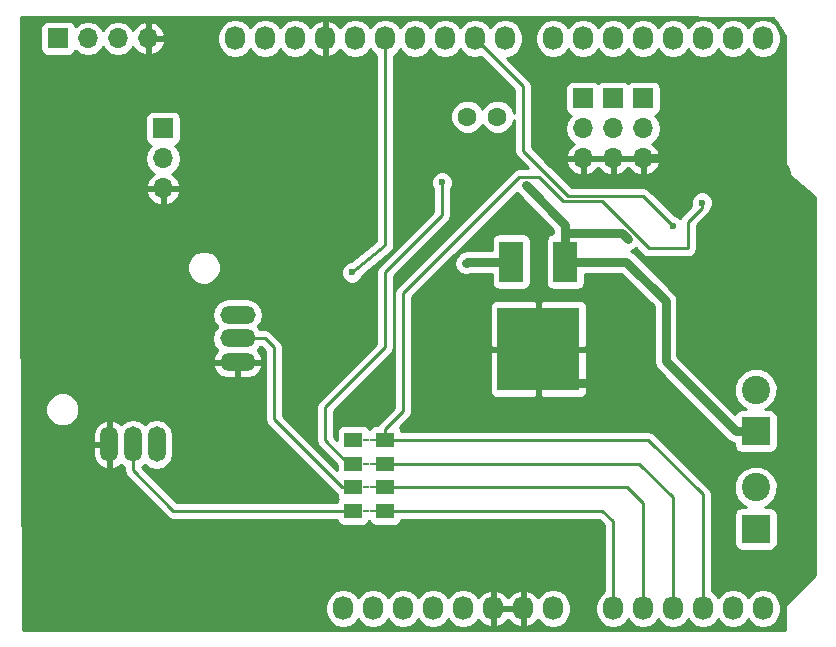
<source format=gbl>
G04 #@! TF.FileFunction,Copper,L2,Bot,Signal*
%FSLAX46Y46*%
G04 Gerber Fmt 4.6, Leading zero omitted, Abs format (unit mm)*
G04 Created by KiCad (PCBNEW 4.0.6-e0-6349~53~ubuntu16.04.1) date Wed Aug  2 12:33:15 2017*
%MOMM*%
%LPD*%
G01*
G04 APERTURE LIST*
%ADD10C,0.100000*%
%ADD11O,1.727200X2.032000*%
%ADD12R,1.700000X1.700000*%
%ADD13O,1.700000X1.700000*%
%ADD14C,2.400000*%
%ADD15R,2.400000X2.400000*%
%ADD16O,1.500000X3.000000*%
%ADD17O,3.000000X1.500000*%
%ADD18C,1.600000*%
%ADD19R,0.600000X0.152400*%
%ADD20R,1.500000X1.300000*%
%ADD21R,2.000000X3.500000*%
%ADD22R,7.000000X7.000000*%
%ADD23C,0.600000*%
%ADD24C,0.750000*%
%ADD25C,0.250000*%
%ADD26C,0.254000*%
G04 APERTURE END LIST*
D10*
D11*
X138938000Y-123825000D03*
X141478000Y-123825000D03*
X144018000Y-123825000D03*
X146558000Y-123825000D03*
X149098000Y-123825000D03*
X151638000Y-123825000D03*
X154178000Y-123825000D03*
X156718000Y-123825000D03*
X161798000Y-123825000D03*
X164338000Y-123825000D03*
X166878000Y-123825000D03*
X169418000Y-123825000D03*
X171958000Y-123825000D03*
X174498000Y-123825000D03*
X129794000Y-75565000D03*
X132334000Y-75565000D03*
X134874000Y-75565000D03*
X137414000Y-75565000D03*
X139954000Y-75565000D03*
X142494000Y-75565000D03*
X145034000Y-75565000D03*
X147574000Y-75565000D03*
X150114000Y-75565000D03*
X152654000Y-75565000D03*
X156718000Y-75565000D03*
X159258000Y-75565000D03*
X161798000Y-75565000D03*
X164338000Y-75565000D03*
X166878000Y-75565000D03*
X169418000Y-75565000D03*
X171958000Y-75565000D03*
X174498000Y-75565000D03*
D12*
X164338000Y-80645000D03*
D13*
X164338000Y-83185000D03*
X164338000Y-85725000D03*
D12*
X161798000Y-80645000D03*
D13*
X161798000Y-83185000D03*
X161798000Y-85725000D03*
D14*
X173888400Y-113581300D03*
D15*
X173888400Y-117081300D03*
D12*
X159258000Y-80645000D03*
D13*
X159258000Y-83185000D03*
X159258000Y-85725000D03*
D14*
X173888400Y-105313600D03*
D15*
X173888400Y-108813600D03*
D12*
X123698000Y-83185000D03*
D13*
X123698000Y-85725000D03*
X123698000Y-88265000D03*
D12*
X114808000Y-75565000D03*
D13*
X117348000Y-75565000D03*
X119888000Y-75565000D03*
X122428000Y-75565000D03*
D16*
X121158000Y-109940000D03*
X119158000Y-109940000D03*
X123158000Y-109940000D03*
D17*
X130008000Y-100965000D03*
X130008000Y-98965000D03*
X130008000Y-102965000D03*
D18*
X151993600Y-82194400D03*
X149453600Y-82194400D03*
D19*
X141458000Y-113553000D03*
D20*
X142508000Y-113553000D03*
X139808000Y-113553000D03*
D19*
X140858000Y-113553000D03*
X141458000Y-111553000D03*
D20*
X142508000Y-111553000D03*
X139808000Y-111553000D03*
D19*
X140858000Y-111553000D03*
X141458000Y-109553000D03*
D20*
X142508000Y-109553000D03*
X139808000Y-109553000D03*
D19*
X140858000Y-109553000D03*
X141458000Y-115553000D03*
D20*
X142508000Y-115553000D03*
X139808000Y-115553000D03*
D19*
X140858000Y-115553000D03*
D21*
X153186100Y-94459600D03*
X157766100Y-94459600D03*
D22*
X155486100Y-101859600D03*
D23*
X174498000Y-85725000D03*
X163068000Y-103505000D03*
X149352000Y-94615000D03*
X147320000Y-87757000D03*
X169338000Y-89455000D03*
X166878000Y-91440000D03*
X139700000Y-95377000D03*
X163068000Y-92583000D03*
X154432000Y-88011000D03*
D24*
X174498000Y-85725000D02*
X164338000Y-85725000D01*
X161798000Y-104775000D02*
X156718000Y-104775000D01*
X163068000Y-103505000D02*
X161798000Y-104775000D01*
X156718000Y-104775000D02*
X155486100Y-101859600D01*
X149507400Y-94459600D02*
X153186100Y-94459600D01*
X149352000Y-94615000D02*
X149507400Y-94459600D01*
D25*
X139808000Y-115553000D02*
X124570000Y-115553000D01*
X121158000Y-112141000D02*
X121158000Y-109940000D01*
X124570000Y-115553000D02*
X121158000Y-112141000D01*
X161798000Y-123825000D02*
X161798000Y-116459000D01*
X160892000Y-115553000D02*
X142508000Y-115553000D01*
X161798000Y-116459000D02*
X160892000Y-115553000D01*
X139808000Y-113553000D02*
X138826000Y-113553000D01*
X132334000Y-100965000D02*
X130008000Y-100965000D01*
X133096000Y-101727000D02*
X132334000Y-100965000D01*
X133096000Y-107823000D02*
X133096000Y-101727000D01*
X138826000Y-113553000D02*
X133096000Y-107823000D01*
X164338000Y-123825000D02*
X164338000Y-114935000D01*
X162956000Y-113553000D02*
X142508000Y-113553000D01*
X164338000Y-114935000D02*
X162956000Y-113553000D01*
X139808000Y-111553000D02*
X139366000Y-111553000D01*
X139366000Y-111553000D02*
X137414000Y-109601000D01*
X137414000Y-109601000D02*
X137414000Y-106807000D01*
X137414000Y-106807000D02*
X142494000Y-101727000D01*
X142494000Y-101727000D02*
X142494000Y-95377000D01*
X142494000Y-95377000D02*
X147320000Y-90551000D01*
X147320000Y-90551000D02*
X147320000Y-87757000D01*
X166878000Y-123825000D02*
X166878000Y-114427000D01*
X164004000Y-111553000D02*
X142508000Y-111553000D01*
X166878000Y-114427000D02*
X164004000Y-111553000D01*
X154686000Y-87310992D02*
X155509992Y-87310992D01*
X157549010Y-89350010D02*
X157664990Y-89350010D01*
X155509992Y-87310992D02*
X157549010Y-89350010D01*
X144018000Y-97155000D02*
X144018000Y-107143000D01*
X144018000Y-107143000D02*
X142508000Y-108653000D01*
X142508000Y-108653000D02*
X142508000Y-109553000D01*
X153862008Y-87310992D02*
X144018000Y-97155000D01*
X168148000Y-93345000D02*
X164819962Y-93345000D01*
X169338000Y-89879264D02*
X168148000Y-91069264D01*
X169338000Y-89455000D02*
X169338000Y-89879264D01*
X168148000Y-91069264D02*
X168148000Y-93345000D01*
X160824972Y-89350010D02*
X157664990Y-89350010D01*
X164819962Y-93345000D02*
X160824972Y-89350010D01*
X154721954Y-87310992D02*
X154686000Y-87310992D01*
X154686000Y-87310992D02*
X153862008Y-87310992D01*
X169418000Y-123825000D02*
X169418000Y-114173000D01*
X164798000Y-109553000D02*
X142508000Y-109553000D01*
X169418000Y-114173000D02*
X164798000Y-109553000D01*
X154178000Y-79629000D02*
X150114000Y-75565000D01*
X154178000Y-85090000D02*
X154178000Y-79629000D01*
X157988000Y-88900000D02*
X154178000Y-85090000D01*
X164338000Y-88900000D02*
X157988000Y-88900000D01*
X166878000Y-91440000D02*
X164338000Y-88900000D01*
X142494000Y-75565000D02*
X142494000Y-93091000D01*
X142494000Y-93091000D02*
X139700000Y-95377000D01*
D24*
X162560000Y-92075000D02*
X157766100Y-92075000D01*
X163068000Y-92583000D02*
X162560000Y-92075000D01*
X154432000Y-88011000D02*
X157766100Y-91345100D01*
X157766100Y-91345100D02*
X157766100Y-92075000D01*
X157766100Y-92075000D02*
X157766100Y-94459600D01*
X173888400Y-108813600D02*
X172186600Y-108813600D01*
X162912600Y-94459600D02*
X157766100Y-94459600D01*
X166243000Y-97790000D02*
X162912600Y-94459600D01*
X166243000Y-102870000D02*
X166243000Y-97790000D01*
X172186600Y-108813600D02*
X166243000Y-102870000D01*
D26*
G36*
X175308095Y-73823187D02*
X175712844Y-74227936D01*
X176328000Y-75396732D01*
X176328000Y-85979000D01*
X176382046Y-86250705D01*
X176535954Y-86481046D01*
X176578857Y-86523949D01*
X176698124Y-87060650D01*
X176718610Y-87106713D01*
X176738200Y-87128441D01*
X178868000Y-89002665D01*
X178868000Y-120990909D01*
X176535954Y-123322954D01*
X176382046Y-123553295D01*
X176328000Y-123825000D01*
X176328000Y-125655000D01*
X111884546Y-125655000D01*
X111869500Y-123640255D01*
X137439400Y-123640255D01*
X137439400Y-124009745D01*
X137553474Y-124583234D01*
X137878330Y-125069415D01*
X138364511Y-125394271D01*
X138938000Y-125508345D01*
X139511489Y-125394271D01*
X139997670Y-125069415D01*
X140208000Y-124754634D01*
X140418330Y-125069415D01*
X140904511Y-125394271D01*
X141478000Y-125508345D01*
X142051489Y-125394271D01*
X142537670Y-125069415D01*
X142748000Y-124754634D01*
X142958330Y-125069415D01*
X143444511Y-125394271D01*
X144018000Y-125508345D01*
X144591489Y-125394271D01*
X145077670Y-125069415D01*
X145288000Y-124754634D01*
X145498330Y-125069415D01*
X145984511Y-125394271D01*
X146558000Y-125508345D01*
X147131489Y-125394271D01*
X147617670Y-125069415D01*
X147828000Y-124754634D01*
X148038330Y-125069415D01*
X148524511Y-125394271D01*
X149098000Y-125508345D01*
X149671489Y-125394271D01*
X150157670Y-125069415D01*
X150364461Y-124759931D01*
X150735964Y-125175732D01*
X151263209Y-125429709D01*
X151278974Y-125432358D01*
X151511000Y-125311217D01*
X151511000Y-123952000D01*
X151765000Y-123952000D01*
X151765000Y-125311217D01*
X151997026Y-125432358D01*
X152012791Y-125429709D01*
X152540036Y-125175732D01*
X152908000Y-124763892D01*
X153275964Y-125175732D01*
X153803209Y-125429709D01*
X153818974Y-125432358D01*
X154051000Y-125311217D01*
X154051000Y-123952000D01*
X151765000Y-123952000D01*
X151511000Y-123952000D01*
X151491000Y-123952000D01*
X151491000Y-123698000D01*
X151511000Y-123698000D01*
X151511000Y-122338783D01*
X151765000Y-122338783D01*
X151765000Y-123698000D01*
X154051000Y-123698000D01*
X154051000Y-122338783D01*
X154305000Y-122338783D01*
X154305000Y-123698000D01*
X154325000Y-123698000D01*
X154325000Y-123952000D01*
X154305000Y-123952000D01*
X154305000Y-125311217D01*
X154537026Y-125432358D01*
X154552791Y-125429709D01*
X155080036Y-125175732D01*
X155451539Y-124759931D01*
X155658330Y-125069415D01*
X156144511Y-125394271D01*
X156718000Y-125508345D01*
X157291489Y-125394271D01*
X157777670Y-125069415D01*
X158102526Y-124583234D01*
X158216600Y-124009745D01*
X158216600Y-123640255D01*
X158102526Y-123066766D01*
X157777670Y-122580585D01*
X157291489Y-122255729D01*
X156718000Y-122141655D01*
X156144511Y-122255729D01*
X155658330Y-122580585D01*
X155451539Y-122890069D01*
X155080036Y-122474268D01*
X154552791Y-122220291D01*
X154537026Y-122217642D01*
X154305000Y-122338783D01*
X154051000Y-122338783D01*
X153818974Y-122217642D01*
X153803209Y-122220291D01*
X153275964Y-122474268D01*
X152908000Y-122886108D01*
X152540036Y-122474268D01*
X152012791Y-122220291D01*
X151997026Y-122217642D01*
X151765000Y-122338783D01*
X151511000Y-122338783D01*
X151278974Y-122217642D01*
X151263209Y-122220291D01*
X150735964Y-122474268D01*
X150364461Y-122890069D01*
X150157670Y-122580585D01*
X149671489Y-122255729D01*
X149098000Y-122141655D01*
X148524511Y-122255729D01*
X148038330Y-122580585D01*
X147828000Y-122895366D01*
X147617670Y-122580585D01*
X147131489Y-122255729D01*
X146558000Y-122141655D01*
X145984511Y-122255729D01*
X145498330Y-122580585D01*
X145288000Y-122895366D01*
X145077670Y-122580585D01*
X144591489Y-122255729D01*
X144018000Y-122141655D01*
X143444511Y-122255729D01*
X142958330Y-122580585D01*
X142748000Y-122895366D01*
X142537670Y-122580585D01*
X142051489Y-122255729D01*
X141478000Y-122141655D01*
X140904511Y-122255729D01*
X140418330Y-122580585D01*
X140208000Y-122895366D01*
X139997670Y-122580585D01*
X139511489Y-122255729D01*
X138938000Y-122141655D01*
X138364511Y-122255729D01*
X137878330Y-122580585D01*
X137553474Y-123066766D01*
X137439400Y-123640255D01*
X111869500Y-123640255D01*
X111768134Y-110067000D01*
X117773000Y-110067000D01*
X117773000Y-110817000D01*
X117927028Y-111337349D01*
X118268460Y-111759145D01*
X118745316Y-112018173D01*
X118816815Y-112032318D01*
X119031000Y-111909656D01*
X119031000Y-110067000D01*
X117773000Y-110067000D01*
X111768134Y-110067000D01*
X111760636Y-109063000D01*
X117773000Y-109063000D01*
X117773000Y-109813000D01*
X119031000Y-109813000D01*
X119031000Y-107970344D01*
X119285000Y-107970344D01*
X119285000Y-109813000D01*
X119305000Y-109813000D01*
X119305000Y-110067000D01*
X119285000Y-110067000D01*
X119285000Y-111909656D01*
X119499185Y-112032318D01*
X119570684Y-112018173D01*
X120047540Y-111759145D01*
X120136928Y-111648718D01*
X120178657Y-111711170D01*
X120398000Y-111857730D01*
X120398000Y-112141000D01*
X120455852Y-112431839D01*
X120620599Y-112678401D01*
X124032599Y-116090401D01*
X124279161Y-116255148D01*
X124570000Y-116313000D01*
X138431258Y-116313000D01*
X138454838Y-116438317D01*
X138593910Y-116654441D01*
X138806110Y-116799431D01*
X139058000Y-116850440D01*
X140558000Y-116850440D01*
X140793317Y-116806162D01*
X141009441Y-116667090D01*
X141154431Y-116454890D01*
X141157081Y-116441803D01*
X141293910Y-116654441D01*
X141506110Y-116799431D01*
X141758000Y-116850440D01*
X143258000Y-116850440D01*
X143493317Y-116806162D01*
X143709441Y-116667090D01*
X143854431Y-116454890D01*
X143883164Y-116313000D01*
X160577198Y-116313000D01*
X161038000Y-116773802D01*
X161038000Y-122380352D01*
X160738330Y-122580585D01*
X160413474Y-123066766D01*
X160299400Y-123640255D01*
X160299400Y-124009745D01*
X160413474Y-124583234D01*
X160738330Y-125069415D01*
X161224511Y-125394271D01*
X161798000Y-125508345D01*
X162371489Y-125394271D01*
X162857670Y-125069415D01*
X163068000Y-124754634D01*
X163278330Y-125069415D01*
X163764511Y-125394271D01*
X164338000Y-125508345D01*
X164911489Y-125394271D01*
X165397670Y-125069415D01*
X165608000Y-124754634D01*
X165818330Y-125069415D01*
X166304511Y-125394271D01*
X166878000Y-125508345D01*
X167451489Y-125394271D01*
X167937670Y-125069415D01*
X168148000Y-124754634D01*
X168358330Y-125069415D01*
X168844511Y-125394271D01*
X169418000Y-125508345D01*
X169991489Y-125394271D01*
X170477670Y-125069415D01*
X170688000Y-124754634D01*
X170898330Y-125069415D01*
X171384511Y-125394271D01*
X171958000Y-125508345D01*
X172531489Y-125394271D01*
X173017670Y-125069415D01*
X173228000Y-124754634D01*
X173438330Y-125069415D01*
X173924511Y-125394271D01*
X174498000Y-125508345D01*
X175071489Y-125394271D01*
X175557670Y-125069415D01*
X175882526Y-124583234D01*
X175996600Y-124009745D01*
X175996600Y-123640255D01*
X175882526Y-123066766D01*
X175557670Y-122580585D01*
X175071489Y-122255729D01*
X174498000Y-122141655D01*
X173924511Y-122255729D01*
X173438330Y-122580585D01*
X173228000Y-122895366D01*
X173017670Y-122580585D01*
X172531489Y-122255729D01*
X171958000Y-122141655D01*
X171384511Y-122255729D01*
X170898330Y-122580585D01*
X170688000Y-122895366D01*
X170477670Y-122580585D01*
X170178000Y-122380352D01*
X170178000Y-115881300D01*
X172040960Y-115881300D01*
X172040960Y-118281300D01*
X172085238Y-118516617D01*
X172224310Y-118732741D01*
X172436510Y-118877731D01*
X172688400Y-118928740D01*
X175088400Y-118928740D01*
X175323717Y-118884462D01*
X175539841Y-118745390D01*
X175684831Y-118533190D01*
X175735840Y-118281300D01*
X175735840Y-115881300D01*
X175691562Y-115645983D01*
X175552490Y-115429859D01*
X175340290Y-115284869D01*
X175088400Y-115233860D01*
X174694112Y-115233860D01*
X174926486Y-115137845D01*
X175443130Y-114622101D01*
X175723081Y-113947905D01*
X175723718Y-113217897D01*
X175444945Y-112543214D01*
X174929201Y-112026570D01*
X174255005Y-111746619D01*
X173524997Y-111745982D01*
X172850314Y-112024755D01*
X172333670Y-112540499D01*
X172053719Y-113214695D01*
X172053082Y-113944703D01*
X172331855Y-114619386D01*
X172847599Y-115136030D01*
X173083199Y-115233860D01*
X172688400Y-115233860D01*
X172453083Y-115278138D01*
X172236959Y-115417210D01*
X172091969Y-115629410D01*
X172040960Y-115881300D01*
X170178000Y-115881300D01*
X170178000Y-114173000D01*
X170120148Y-113882161D01*
X169955401Y-113635599D01*
X165335401Y-109015599D01*
X165088839Y-108850852D01*
X164798000Y-108793000D01*
X143884742Y-108793000D01*
X143861162Y-108667683D01*
X143746425Y-108489377D01*
X144555401Y-107680401D01*
X144720148Y-107433840D01*
X144756881Y-107249170D01*
X144778000Y-107143000D01*
X144778000Y-102145350D01*
X151351100Y-102145350D01*
X151351100Y-105485910D01*
X151447773Y-105719299D01*
X151626402Y-105897927D01*
X151859791Y-105994600D01*
X155200350Y-105994600D01*
X155359100Y-105835850D01*
X155359100Y-101986600D01*
X155613100Y-101986600D01*
X155613100Y-105835850D01*
X155771850Y-105994600D01*
X159112409Y-105994600D01*
X159345798Y-105897927D01*
X159524427Y-105719299D01*
X159621100Y-105485910D01*
X159621100Y-102145350D01*
X159462350Y-101986600D01*
X155613100Y-101986600D01*
X155359100Y-101986600D01*
X151509850Y-101986600D01*
X151351100Y-102145350D01*
X144778000Y-102145350D01*
X144778000Y-98233290D01*
X151351100Y-98233290D01*
X151351100Y-101573850D01*
X151509850Y-101732600D01*
X155359100Y-101732600D01*
X155359100Y-97883350D01*
X155613100Y-97883350D01*
X155613100Y-101732600D01*
X159462350Y-101732600D01*
X159621100Y-101573850D01*
X159621100Y-98233290D01*
X159524427Y-97999901D01*
X159345798Y-97821273D01*
X159112409Y-97724600D01*
X155771850Y-97724600D01*
X155613100Y-97883350D01*
X155359100Y-97883350D01*
X155200350Y-97724600D01*
X151859791Y-97724600D01*
X151626402Y-97821273D01*
X151447773Y-97999901D01*
X151351100Y-98233290D01*
X144778000Y-98233290D01*
X144778000Y-97469802D01*
X147632802Y-94615000D01*
X148342000Y-94615000D01*
X148418882Y-95001510D01*
X148637822Y-95329178D01*
X148965490Y-95548118D01*
X149352000Y-95625000D01*
X149738510Y-95548118D01*
X149856021Y-95469600D01*
X151538660Y-95469600D01*
X151538660Y-96209600D01*
X151582938Y-96444917D01*
X151722010Y-96661041D01*
X151934210Y-96806031D01*
X152186100Y-96857040D01*
X154186100Y-96857040D01*
X154421417Y-96812762D01*
X154637541Y-96673690D01*
X154782531Y-96461490D01*
X154833540Y-96209600D01*
X154833540Y-92709600D01*
X154789262Y-92474283D01*
X154650190Y-92258159D01*
X154437990Y-92113169D01*
X154186100Y-92062160D01*
X152186100Y-92062160D01*
X151950783Y-92106438D01*
X151734659Y-92245510D01*
X151589669Y-92457710D01*
X151538660Y-92709600D01*
X151538660Y-93449600D01*
X149507400Y-93449600D01*
X149120890Y-93526482D01*
X148793222Y-93745422D01*
X148637822Y-93900822D01*
X148418882Y-94228490D01*
X148342000Y-94615000D01*
X147632802Y-94615000D01*
X153639637Y-88608165D01*
X153717822Y-88725178D01*
X156756100Y-91763456D01*
X156756100Y-92064042D01*
X156530783Y-92106438D01*
X156314659Y-92245510D01*
X156169669Y-92457710D01*
X156118660Y-92709600D01*
X156118660Y-96209600D01*
X156162938Y-96444917D01*
X156302010Y-96661041D01*
X156514210Y-96806031D01*
X156766100Y-96857040D01*
X158766100Y-96857040D01*
X159001417Y-96812762D01*
X159217541Y-96673690D01*
X159362531Y-96461490D01*
X159413540Y-96209600D01*
X159413540Y-95469600D01*
X162494244Y-95469600D01*
X165233000Y-98208356D01*
X165233000Y-102870000D01*
X165309882Y-103256510D01*
X165528822Y-103584178D01*
X171472422Y-109527778D01*
X171800090Y-109746718D01*
X172040960Y-109794630D01*
X172040960Y-110013600D01*
X172085238Y-110248917D01*
X172224310Y-110465041D01*
X172436510Y-110610031D01*
X172688400Y-110661040D01*
X175088400Y-110661040D01*
X175323717Y-110616762D01*
X175539841Y-110477690D01*
X175684831Y-110265490D01*
X175735840Y-110013600D01*
X175735840Y-107613600D01*
X175691562Y-107378283D01*
X175552490Y-107162159D01*
X175340290Y-107017169D01*
X175088400Y-106966160D01*
X174694112Y-106966160D01*
X174926486Y-106870145D01*
X175443130Y-106354401D01*
X175723081Y-105680205D01*
X175723718Y-104950197D01*
X175444945Y-104275514D01*
X174929201Y-103758870D01*
X174255005Y-103478919D01*
X173524997Y-103478282D01*
X172850314Y-103757055D01*
X172333670Y-104272799D01*
X172053719Y-104946995D01*
X172053082Y-105677003D01*
X172331855Y-106351686D01*
X172847599Y-106868330D01*
X173083199Y-106966160D01*
X172688400Y-106966160D01*
X172453083Y-107010438D01*
X172236959Y-107149510D01*
X172120829Y-107319473D01*
X167253000Y-102451644D01*
X167253000Y-97790000D01*
X167176118Y-97403490D01*
X166957178Y-97075822D01*
X163626778Y-93745422D01*
X163322807Y-93542316D01*
X163454510Y-93516118D01*
X163731320Y-93331160D01*
X164282561Y-93882401D01*
X164529123Y-94047148D01*
X164819962Y-94105000D01*
X168148000Y-94105000D01*
X168438839Y-94047148D01*
X168685401Y-93882401D01*
X168850148Y-93635839D01*
X168908000Y-93345000D01*
X168908000Y-91384066D01*
X169875401Y-90416665D01*
X170040148Y-90170103D01*
X170063699Y-90051704D01*
X170130192Y-89985327D01*
X170272838Y-89641799D01*
X170273162Y-89269833D01*
X170131117Y-88926057D01*
X169868327Y-88662808D01*
X169524799Y-88520162D01*
X169152833Y-88519838D01*
X168809057Y-88661883D01*
X168545808Y-88924673D01*
X168403162Y-89268201D01*
X168402838Y-89640167D01*
X168431917Y-89710545D01*
X167610599Y-90531863D01*
X167483087Y-90722699D01*
X167408327Y-90647808D01*
X167064799Y-90505162D01*
X167017923Y-90505121D01*
X164875401Y-88362599D01*
X164628839Y-88197852D01*
X164338000Y-88140000D01*
X158302802Y-88140000D01*
X156244692Y-86081890D01*
X157816524Y-86081890D01*
X157986355Y-86491924D01*
X158376642Y-86920183D01*
X158901108Y-87166486D01*
X159131000Y-87045819D01*
X159131000Y-85852000D01*
X159385000Y-85852000D01*
X159385000Y-87045819D01*
X159614892Y-87166486D01*
X160139358Y-86920183D01*
X160528000Y-86493729D01*
X160916642Y-86920183D01*
X161441108Y-87166486D01*
X161671000Y-87045819D01*
X161671000Y-85852000D01*
X161925000Y-85852000D01*
X161925000Y-87045819D01*
X162154892Y-87166486D01*
X162679358Y-86920183D01*
X163068000Y-86493729D01*
X163456642Y-86920183D01*
X163981108Y-87166486D01*
X164211000Y-87045819D01*
X164211000Y-85852000D01*
X164465000Y-85852000D01*
X164465000Y-87045819D01*
X164694892Y-87166486D01*
X165219358Y-86920183D01*
X165609645Y-86491924D01*
X165779476Y-86081890D01*
X165658155Y-85852000D01*
X164465000Y-85852000D01*
X164211000Y-85852000D01*
X161925000Y-85852000D01*
X161671000Y-85852000D01*
X159385000Y-85852000D01*
X159131000Y-85852000D01*
X157937845Y-85852000D01*
X157816524Y-86081890D01*
X156244692Y-86081890D01*
X154938000Y-84775198D01*
X154938000Y-83185000D01*
X157743907Y-83185000D01*
X157856946Y-83753285D01*
X158178853Y-84235054D01*
X158519553Y-84462702D01*
X158376642Y-84529817D01*
X157986355Y-84958076D01*
X157816524Y-85368110D01*
X157937845Y-85598000D01*
X159131000Y-85598000D01*
X159131000Y-85578000D01*
X159385000Y-85578000D01*
X159385000Y-85598000D01*
X161671000Y-85598000D01*
X161671000Y-85578000D01*
X161925000Y-85578000D01*
X161925000Y-85598000D01*
X164211000Y-85598000D01*
X164211000Y-85578000D01*
X164465000Y-85578000D01*
X164465000Y-85598000D01*
X165658155Y-85598000D01*
X165779476Y-85368110D01*
X165609645Y-84958076D01*
X165219358Y-84529817D01*
X165076447Y-84462702D01*
X165417147Y-84235054D01*
X165739054Y-83753285D01*
X165852093Y-83185000D01*
X165739054Y-82616715D01*
X165417147Y-82134946D01*
X165375548Y-82107150D01*
X165423317Y-82098162D01*
X165639441Y-81959090D01*
X165784431Y-81746890D01*
X165835440Y-81495000D01*
X165835440Y-79795000D01*
X165791162Y-79559683D01*
X165652090Y-79343559D01*
X165439890Y-79198569D01*
X165188000Y-79147560D01*
X163488000Y-79147560D01*
X163252683Y-79191838D01*
X163065923Y-79312015D01*
X162899890Y-79198569D01*
X162648000Y-79147560D01*
X160948000Y-79147560D01*
X160712683Y-79191838D01*
X160525923Y-79312015D01*
X160359890Y-79198569D01*
X160108000Y-79147560D01*
X158408000Y-79147560D01*
X158172683Y-79191838D01*
X157956559Y-79330910D01*
X157811569Y-79543110D01*
X157760560Y-79795000D01*
X157760560Y-81495000D01*
X157804838Y-81730317D01*
X157943910Y-81946441D01*
X158156110Y-82091431D01*
X158223541Y-82105086D01*
X158178853Y-82134946D01*
X157856946Y-82616715D01*
X157743907Y-83185000D01*
X154938000Y-83185000D01*
X154938000Y-79629000D01*
X154880148Y-79338161D01*
X154715401Y-79091599D01*
X152835954Y-77212152D01*
X153227489Y-77134271D01*
X153713670Y-76809415D01*
X154038526Y-76323234D01*
X154152600Y-75749745D01*
X154152600Y-75380255D01*
X155219400Y-75380255D01*
X155219400Y-75749745D01*
X155333474Y-76323234D01*
X155658330Y-76809415D01*
X156144511Y-77134271D01*
X156718000Y-77248345D01*
X157291489Y-77134271D01*
X157777670Y-76809415D01*
X157988000Y-76494634D01*
X158198330Y-76809415D01*
X158684511Y-77134271D01*
X159258000Y-77248345D01*
X159831489Y-77134271D01*
X160317670Y-76809415D01*
X160528000Y-76494634D01*
X160738330Y-76809415D01*
X161224511Y-77134271D01*
X161798000Y-77248345D01*
X162371489Y-77134271D01*
X162857670Y-76809415D01*
X163068000Y-76494634D01*
X163278330Y-76809415D01*
X163764511Y-77134271D01*
X164338000Y-77248345D01*
X164911489Y-77134271D01*
X165397670Y-76809415D01*
X165608000Y-76494634D01*
X165818330Y-76809415D01*
X166304511Y-77134271D01*
X166878000Y-77248345D01*
X167451489Y-77134271D01*
X167937670Y-76809415D01*
X168148000Y-76494634D01*
X168358330Y-76809415D01*
X168844511Y-77134271D01*
X169418000Y-77248345D01*
X169991489Y-77134271D01*
X170477670Y-76809415D01*
X170688000Y-76494634D01*
X170898330Y-76809415D01*
X171384511Y-77134271D01*
X171958000Y-77248345D01*
X172531489Y-77134271D01*
X173017670Y-76809415D01*
X173228000Y-76494634D01*
X173438330Y-76809415D01*
X173924511Y-77134271D01*
X174498000Y-77248345D01*
X175071489Y-77134271D01*
X175557670Y-76809415D01*
X175882526Y-76323234D01*
X175996600Y-75749745D01*
X175996600Y-75380255D01*
X175882526Y-74806766D01*
X175557670Y-74320585D01*
X175071489Y-73995729D01*
X174498000Y-73881655D01*
X173924511Y-73995729D01*
X173438330Y-74320585D01*
X173228000Y-74635366D01*
X173017670Y-74320585D01*
X172531489Y-73995729D01*
X171958000Y-73881655D01*
X171384511Y-73995729D01*
X170898330Y-74320585D01*
X170688000Y-74635366D01*
X170477670Y-74320585D01*
X169991489Y-73995729D01*
X169418000Y-73881655D01*
X168844511Y-73995729D01*
X168358330Y-74320585D01*
X168148000Y-74635366D01*
X167937670Y-74320585D01*
X167451489Y-73995729D01*
X166878000Y-73881655D01*
X166304511Y-73995729D01*
X165818330Y-74320585D01*
X165608000Y-74635366D01*
X165397670Y-74320585D01*
X164911489Y-73995729D01*
X164338000Y-73881655D01*
X163764511Y-73995729D01*
X163278330Y-74320585D01*
X163068000Y-74635366D01*
X162857670Y-74320585D01*
X162371489Y-73995729D01*
X161798000Y-73881655D01*
X161224511Y-73995729D01*
X160738330Y-74320585D01*
X160528000Y-74635366D01*
X160317670Y-74320585D01*
X159831489Y-73995729D01*
X159258000Y-73881655D01*
X158684511Y-73995729D01*
X158198330Y-74320585D01*
X157988000Y-74635366D01*
X157777670Y-74320585D01*
X157291489Y-73995729D01*
X156718000Y-73881655D01*
X156144511Y-73995729D01*
X155658330Y-74320585D01*
X155333474Y-74806766D01*
X155219400Y-75380255D01*
X154152600Y-75380255D01*
X154038526Y-74806766D01*
X153713670Y-74320585D01*
X153227489Y-73995729D01*
X152654000Y-73881655D01*
X152080511Y-73995729D01*
X151594330Y-74320585D01*
X151384000Y-74635366D01*
X151173670Y-74320585D01*
X150687489Y-73995729D01*
X150114000Y-73881655D01*
X149540511Y-73995729D01*
X149054330Y-74320585D01*
X148844000Y-74635366D01*
X148633670Y-74320585D01*
X148147489Y-73995729D01*
X147574000Y-73881655D01*
X147000511Y-73995729D01*
X146514330Y-74320585D01*
X146304000Y-74635366D01*
X146093670Y-74320585D01*
X145607489Y-73995729D01*
X145034000Y-73881655D01*
X144460511Y-73995729D01*
X143974330Y-74320585D01*
X143764000Y-74635366D01*
X143553670Y-74320585D01*
X143067489Y-73995729D01*
X142494000Y-73881655D01*
X141920511Y-73995729D01*
X141434330Y-74320585D01*
X141224000Y-74635366D01*
X141013670Y-74320585D01*
X140527489Y-73995729D01*
X139954000Y-73881655D01*
X139380511Y-73995729D01*
X138894330Y-74320585D01*
X138687539Y-74630069D01*
X138316036Y-74214268D01*
X137788791Y-73960291D01*
X137773026Y-73957642D01*
X137541000Y-74078783D01*
X137541000Y-75438000D01*
X137561000Y-75438000D01*
X137561000Y-75692000D01*
X137541000Y-75692000D01*
X137541000Y-77051217D01*
X137773026Y-77172358D01*
X137788791Y-77169709D01*
X138316036Y-76915732D01*
X138687539Y-76499931D01*
X138894330Y-76809415D01*
X139380511Y-77134271D01*
X139954000Y-77248345D01*
X140527489Y-77134271D01*
X141013670Y-76809415D01*
X141224000Y-76494634D01*
X141434330Y-76809415D01*
X141734000Y-77009648D01*
X141734000Y-92730852D01*
X139642658Y-94441949D01*
X139514833Y-94441838D01*
X139171057Y-94583883D01*
X138907808Y-94846673D01*
X138765162Y-95190201D01*
X138764838Y-95562167D01*
X138906883Y-95905943D01*
X139169673Y-96169192D01*
X139513201Y-96311838D01*
X139885167Y-96312162D01*
X140228943Y-96170117D01*
X140492192Y-95907327D01*
X140615782Y-95609691D01*
X142975261Y-93679208D01*
X142999584Y-93649661D01*
X143031401Y-93628401D01*
X143093119Y-93536033D01*
X143163723Y-93450263D01*
X143174886Y-93413659D01*
X143196148Y-93381839D01*
X143217821Y-93272881D01*
X143250228Y-93166623D01*
X143246534Y-93128534D01*
X143254000Y-93091000D01*
X143254000Y-77009648D01*
X143553670Y-76809415D01*
X143764000Y-76494634D01*
X143974330Y-76809415D01*
X144460511Y-77134271D01*
X145034000Y-77248345D01*
X145607489Y-77134271D01*
X146093670Y-76809415D01*
X146304000Y-76494634D01*
X146514330Y-76809415D01*
X147000511Y-77134271D01*
X147574000Y-77248345D01*
X148147489Y-77134271D01*
X148633670Y-76809415D01*
X148844000Y-76494634D01*
X149054330Y-76809415D01*
X149540511Y-77134271D01*
X150114000Y-77248345D01*
X150621579Y-77147381D01*
X153418000Y-79943802D01*
X153418000Y-81883959D01*
X153210843Y-81382600D01*
X152807523Y-80978576D01*
X152280291Y-80759650D01*
X151709413Y-80759152D01*
X151181800Y-80977157D01*
X150777776Y-81380477D01*
X150723738Y-81510615D01*
X150670843Y-81382600D01*
X150267523Y-80978576D01*
X149740291Y-80759650D01*
X149169413Y-80759152D01*
X148641800Y-80977157D01*
X148237776Y-81380477D01*
X148018850Y-81907709D01*
X148018352Y-82478587D01*
X148236357Y-83006200D01*
X148639677Y-83410224D01*
X149166909Y-83629150D01*
X149737787Y-83629648D01*
X150265400Y-83411643D01*
X150669424Y-83008323D01*
X150723462Y-82878185D01*
X150776357Y-83006200D01*
X151179677Y-83410224D01*
X151706909Y-83629150D01*
X152277787Y-83629648D01*
X152805400Y-83411643D01*
X153209424Y-83008323D01*
X153418000Y-82506017D01*
X153418000Y-85090000D01*
X153475852Y-85380839D01*
X153640599Y-85627401D01*
X154564190Y-86550992D01*
X153862008Y-86550992D01*
X153571169Y-86608844D01*
X153324607Y-86773591D01*
X143480599Y-96617599D01*
X143315852Y-96864161D01*
X143258000Y-97155000D01*
X143258000Y-106828198D01*
X141970599Y-108115599D01*
X141877080Y-108255560D01*
X141758000Y-108255560D01*
X141522683Y-108299838D01*
X141306559Y-108438910D01*
X141161569Y-108651110D01*
X141158919Y-108664197D01*
X141022090Y-108451559D01*
X140809890Y-108306569D01*
X140558000Y-108255560D01*
X139058000Y-108255560D01*
X138822683Y-108299838D01*
X138606559Y-108438910D01*
X138461569Y-108651110D01*
X138410560Y-108903000D01*
X138410560Y-109522758D01*
X138174000Y-109286198D01*
X138174000Y-107121802D01*
X143031401Y-102264401D01*
X143196148Y-102017839D01*
X143254000Y-101727000D01*
X143254000Y-95691802D01*
X147857401Y-91088401D01*
X148022148Y-90841839D01*
X148080000Y-90551000D01*
X148080000Y-88319463D01*
X148112192Y-88287327D01*
X148254838Y-87943799D01*
X148255162Y-87571833D01*
X148113117Y-87228057D01*
X147850327Y-86964808D01*
X147506799Y-86822162D01*
X147134833Y-86821838D01*
X146791057Y-86963883D01*
X146527808Y-87226673D01*
X146385162Y-87570201D01*
X146384838Y-87942167D01*
X146526883Y-88285943D01*
X146560000Y-88319118D01*
X146560000Y-90236198D01*
X141956599Y-94839599D01*
X141791852Y-95086161D01*
X141734000Y-95377000D01*
X141734000Y-101412198D01*
X136876599Y-106269599D01*
X136711852Y-106516161D01*
X136654000Y-106807000D01*
X136654000Y-109601000D01*
X136711852Y-109891839D01*
X136876599Y-110138401D01*
X138410560Y-111672362D01*
X138410560Y-112062758D01*
X133856000Y-107508198D01*
X133856000Y-101727000D01*
X133798148Y-101436161D01*
X133633401Y-101189599D01*
X132871401Y-100427599D01*
X132624839Y-100262852D01*
X132334000Y-100205000D01*
X131925730Y-100205000D01*
X131779170Y-99985657D01*
X131748255Y-99965000D01*
X131779170Y-99944343D01*
X132079400Y-99495017D01*
X132184827Y-98965000D01*
X132079400Y-98434983D01*
X131779170Y-97985657D01*
X131329844Y-97685427D01*
X130799827Y-97580000D01*
X129216173Y-97580000D01*
X128686156Y-97685427D01*
X128236830Y-97985657D01*
X127936600Y-98434983D01*
X127831173Y-98965000D01*
X127936600Y-99495017D01*
X128236830Y-99944343D01*
X128267745Y-99965000D01*
X128236830Y-99985657D01*
X127936600Y-100434983D01*
X127831173Y-100965000D01*
X127936600Y-101495017D01*
X128236830Y-101944343D01*
X128299282Y-101986072D01*
X128188855Y-102075460D01*
X127929827Y-102552316D01*
X127915682Y-102623815D01*
X128038344Y-102838000D01*
X129881000Y-102838000D01*
X129881000Y-102818000D01*
X130135000Y-102818000D01*
X130135000Y-102838000D01*
X131977656Y-102838000D01*
X132100318Y-102623815D01*
X132086173Y-102552316D01*
X131827145Y-102075460D01*
X131716718Y-101986072D01*
X131779170Y-101944343D01*
X131925730Y-101725000D01*
X132019198Y-101725000D01*
X132336000Y-102041802D01*
X132336000Y-107823000D01*
X132393852Y-108113839D01*
X132558599Y-108360401D01*
X138288599Y-114090401D01*
X138410560Y-114171893D01*
X138410560Y-114203000D01*
X138454838Y-114438317D01*
X138528620Y-114552978D01*
X138461569Y-114651110D01*
X138432836Y-114793000D01*
X124884802Y-114793000D01*
X121936902Y-111845100D01*
X122137343Y-111711170D01*
X122158000Y-111680255D01*
X122178657Y-111711170D01*
X122627983Y-112011400D01*
X123158000Y-112116827D01*
X123688017Y-112011400D01*
X124137343Y-111711170D01*
X124437573Y-111261844D01*
X124543000Y-110731827D01*
X124543000Y-109148173D01*
X124437573Y-108618156D01*
X124137343Y-108168830D01*
X123688017Y-107868600D01*
X123158000Y-107763173D01*
X122627983Y-107868600D01*
X122178657Y-108168830D01*
X122158000Y-108199745D01*
X122137343Y-108168830D01*
X121688017Y-107868600D01*
X121158000Y-107763173D01*
X120627983Y-107868600D01*
X120178657Y-108168830D01*
X120136928Y-108231282D01*
X120047540Y-108120855D01*
X119570684Y-107861827D01*
X119499185Y-107847682D01*
X119285000Y-107970344D01*
X119031000Y-107970344D01*
X118816815Y-107847682D01*
X118745316Y-107861827D01*
X118268460Y-108120855D01*
X117927028Y-108542651D01*
X117773000Y-109063000D01*
X111760636Y-109063000D01*
X111747090Y-107249170D01*
X113722790Y-107249170D01*
X113940792Y-107776773D01*
X114344104Y-108180790D01*
X114871326Y-108399712D01*
X115442194Y-108400210D01*
X115969797Y-108182208D01*
X116373814Y-107778896D01*
X116592736Y-107251674D01*
X116593234Y-106680806D01*
X116375232Y-106153203D01*
X115971920Y-105749186D01*
X115444698Y-105530264D01*
X114873830Y-105529766D01*
X114346227Y-105747768D01*
X113942210Y-106151080D01*
X113723288Y-106678302D01*
X113722790Y-107249170D01*
X111747090Y-107249170D01*
X111717644Y-103306185D01*
X127915682Y-103306185D01*
X127929827Y-103377684D01*
X128188855Y-103854540D01*
X128610651Y-104195972D01*
X129131000Y-104350000D01*
X129881000Y-104350000D01*
X129881000Y-103092000D01*
X130135000Y-103092000D01*
X130135000Y-104350000D01*
X130885000Y-104350000D01*
X131405349Y-104195972D01*
X131827145Y-103854540D01*
X132086173Y-103377684D01*
X132100318Y-103306185D01*
X131977656Y-103092000D01*
X130135000Y-103092000D01*
X129881000Y-103092000D01*
X128038344Y-103092000D01*
X127915682Y-103306185D01*
X111717644Y-103306185D01*
X111708000Y-102014916D01*
X111708000Y-95249194D01*
X125722766Y-95249194D01*
X125940768Y-95776797D01*
X126344080Y-96180814D01*
X126871302Y-96399736D01*
X127442170Y-96400234D01*
X127969773Y-96182232D01*
X128373790Y-95778920D01*
X128592712Y-95251698D01*
X128593210Y-94680830D01*
X128375208Y-94153227D01*
X127971896Y-93749210D01*
X127444674Y-93530288D01*
X126873806Y-93529790D01*
X126346203Y-93747792D01*
X125942186Y-94151104D01*
X125723264Y-94678326D01*
X125722766Y-95249194D01*
X111708000Y-95249194D01*
X111708000Y-88621890D01*
X122256524Y-88621890D01*
X122426355Y-89031924D01*
X122816642Y-89460183D01*
X123341108Y-89706486D01*
X123571000Y-89585819D01*
X123571000Y-88392000D01*
X123825000Y-88392000D01*
X123825000Y-89585819D01*
X124054892Y-89706486D01*
X124579358Y-89460183D01*
X124969645Y-89031924D01*
X125139476Y-88621890D01*
X125018155Y-88392000D01*
X123825000Y-88392000D01*
X123571000Y-88392000D01*
X122377845Y-88392000D01*
X122256524Y-88621890D01*
X111708000Y-88621890D01*
X111708000Y-85725000D01*
X122183907Y-85725000D01*
X122296946Y-86293285D01*
X122618853Y-86775054D01*
X122959553Y-87002702D01*
X122816642Y-87069817D01*
X122426355Y-87498076D01*
X122256524Y-87908110D01*
X122377845Y-88138000D01*
X123571000Y-88138000D01*
X123571000Y-88118000D01*
X123825000Y-88118000D01*
X123825000Y-88138000D01*
X125018155Y-88138000D01*
X125139476Y-87908110D01*
X124969645Y-87498076D01*
X124579358Y-87069817D01*
X124436447Y-87002702D01*
X124777147Y-86775054D01*
X125099054Y-86293285D01*
X125212093Y-85725000D01*
X125099054Y-85156715D01*
X124777147Y-84674946D01*
X124735548Y-84647150D01*
X124783317Y-84638162D01*
X124999441Y-84499090D01*
X125144431Y-84286890D01*
X125195440Y-84035000D01*
X125195440Y-82335000D01*
X125151162Y-82099683D01*
X125012090Y-81883559D01*
X124799890Y-81738569D01*
X124548000Y-81687560D01*
X122848000Y-81687560D01*
X122612683Y-81731838D01*
X122396559Y-81870910D01*
X122251569Y-82083110D01*
X122200560Y-82335000D01*
X122200560Y-84035000D01*
X122244838Y-84270317D01*
X122383910Y-84486441D01*
X122596110Y-84631431D01*
X122663541Y-84645086D01*
X122618853Y-84674946D01*
X122296946Y-85156715D01*
X122183907Y-85725000D01*
X111708000Y-85725000D01*
X111708000Y-74715000D01*
X113310560Y-74715000D01*
X113310560Y-76415000D01*
X113354838Y-76650317D01*
X113493910Y-76866441D01*
X113706110Y-77011431D01*
X113958000Y-77062440D01*
X115658000Y-77062440D01*
X115893317Y-77018162D01*
X116109441Y-76879090D01*
X116254431Y-76666890D01*
X116268086Y-76599459D01*
X116297946Y-76644147D01*
X116779715Y-76966054D01*
X117348000Y-77079093D01*
X117916285Y-76966054D01*
X118398054Y-76644147D01*
X118618000Y-76314974D01*
X118837946Y-76644147D01*
X119319715Y-76966054D01*
X119888000Y-77079093D01*
X120456285Y-76966054D01*
X120938054Y-76644147D01*
X121165702Y-76303447D01*
X121232817Y-76446358D01*
X121661076Y-76836645D01*
X122071110Y-77006476D01*
X122301000Y-76885155D01*
X122301000Y-75692000D01*
X122555000Y-75692000D01*
X122555000Y-76885155D01*
X122784890Y-77006476D01*
X123194924Y-76836645D01*
X123623183Y-76446358D01*
X123869486Y-75921892D01*
X123748819Y-75692000D01*
X122555000Y-75692000D01*
X122301000Y-75692000D01*
X122281000Y-75692000D01*
X122281000Y-75438000D01*
X122301000Y-75438000D01*
X122301000Y-74244845D01*
X122555000Y-74244845D01*
X122555000Y-75438000D01*
X123748819Y-75438000D01*
X123779128Y-75380255D01*
X128295400Y-75380255D01*
X128295400Y-75749745D01*
X128409474Y-76323234D01*
X128734330Y-76809415D01*
X129220511Y-77134271D01*
X129794000Y-77248345D01*
X130367489Y-77134271D01*
X130853670Y-76809415D01*
X131064000Y-76494634D01*
X131274330Y-76809415D01*
X131760511Y-77134271D01*
X132334000Y-77248345D01*
X132907489Y-77134271D01*
X133393670Y-76809415D01*
X133604000Y-76494634D01*
X133814330Y-76809415D01*
X134300511Y-77134271D01*
X134874000Y-77248345D01*
X135447489Y-77134271D01*
X135933670Y-76809415D01*
X136140461Y-76499931D01*
X136511964Y-76915732D01*
X137039209Y-77169709D01*
X137054974Y-77172358D01*
X137287000Y-77051217D01*
X137287000Y-75692000D01*
X137267000Y-75692000D01*
X137267000Y-75438000D01*
X137287000Y-75438000D01*
X137287000Y-74078783D01*
X137054974Y-73957642D01*
X137039209Y-73960291D01*
X136511964Y-74214268D01*
X136140461Y-74630069D01*
X135933670Y-74320585D01*
X135447489Y-73995729D01*
X134874000Y-73881655D01*
X134300511Y-73995729D01*
X133814330Y-74320585D01*
X133604000Y-74635366D01*
X133393670Y-74320585D01*
X132907489Y-73995729D01*
X132334000Y-73881655D01*
X131760511Y-73995729D01*
X131274330Y-74320585D01*
X131064000Y-74635366D01*
X130853670Y-74320585D01*
X130367489Y-73995729D01*
X129794000Y-73881655D01*
X129220511Y-73995729D01*
X128734330Y-74320585D01*
X128409474Y-74806766D01*
X128295400Y-75380255D01*
X123779128Y-75380255D01*
X123869486Y-75208108D01*
X123623183Y-74683642D01*
X123194924Y-74293355D01*
X122784890Y-74123524D01*
X122555000Y-74244845D01*
X122301000Y-74244845D01*
X122071110Y-74123524D01*
X121661076Y-74293355D01*
X121232817Y-74683642D01*
X121165702Y-74826553D01*
X120938054Y-74485853D01*
X120456285Y-74163946D01*
X119888000Y-74050907D01*
X119319715Y-74163946D01*
X118837946Y-74485853D01*
X118618000Y-74815026D01*
X118398054Y-74485853D01*
X117916285Y-74163946D01*
X117348000Y-74050907D01*
X116779715Y-74163946D01*
X116297946Y-74485853D01*
X116270150Y-74527452D01*
X116261162Y-74479683D01*
X116122090Y-74263559D01*
X115909890Y-74118569D01*
X115658000Y-74067560D01*
X113958000Y-74067560D01*
X113722683Y-74111838D01*
X113506559Y-74250910D01*
X113361569Y-74463110D01*
X113310560Y-74715000D01*
X111708000Y-74715000D01*
X111708000Y-73735000D01*
X162912946Y-73735000D01*
X175308095Y-73823187D01*
X175308095Y-73823187D01*
G37*
X175308095Y-73823187D02*
X175712844Y-74227936D01*
X176328000Y-75396732D01*
X176328000Y-85979000D01*
X176382046Y-86250705D01*
X176535954Y-86481046D01*
X176578857Y-86523949D01*
X176698124Y-87060650D01*
X176718610Y-87106713D01*
X176738200Y-87128441D01*
X178868000Y-89002665D01*
X178868000Y-120990909D01*
X176535954Y-123322954D01*
X176382046Y-123553295D01*
X176328000Y-123825000D01*
X176328000Y-125655000D01*
X111884546Y-125655000D01*
X111869500Y-123640255D01*
X137439400Y-123640255D01*
X137439400Y-124009745D01*
X137553474Y-124583234D01*
X137878330Y-125069415D01*
X138364511Y-125394271D01*
X138938000Y-125508345D01*
X139511489Y-125394271D01*
X139997670Y-125069415D01*
X140208000Y-124754634D01*
X140418330Y-125069415D01*
X140904511Y-125394271D01*
X141478000Y-125508345D01*
X142051489Y-125394271D01*
X142537670Y-125069415D01*
X142748000Y-124754634D01*
X142958330Y-125069415D01*
X143444511Y-125394271D01*
X144018000Y-125508345D01*
X144591489Y-125394271D01*
X145077670Y-125069415D01*
X145288000Y-124754634D01*
X145498330Y-125069415D01*
X145984511Y-125394271D01*
X146558000Y-125508345D01*
X147131489Y-125394271D01*
X147617670Y-125069415D01*
X147828000Y-124754634D01*
X148038330Y-125069415D01*
X148524511Y-125394271D01*
X149098000Y-125508345D01*
X149671489Y-125394271D01*
X150157670Y-125069415D01*
X150364461Y-124759931D01*
X150735964Y-125175732D01*
X151263209Y-125429709D01*
X151278974Y-125432358D01*
X151511000Y-125311217D01*
X151511000Y-123952000D01*
X151765000Y-123952000D01*
X151765000Y-125311217D01*
X151997026Y-125432358D01*
X152012791Y-125429709D01*
X152540036Y-125175732D01*
X152908000Y-124763892D01*
X153275964Y-125175732D01*
X153803209Y-125429709D01*
X153818974Y-125432358D01*
X154051000Y-125311217D01*
X154051000Y-123952000D01*
X151765000Y-123952000D01*
X151511000Y-123952000D01*
X151491000Y-123952000D01*
X151491000Y-123698000D01*
X151511000Y-123698000D01*
X151511000Y-122338783D01*
X151765000Y-122338783D01*
X151765000Y-123698000D01*
X154051000Y-123698000D01*
X154051000Y-122338783D01*
X154305000Y-122338783D01*
X154305000Y-123698000D01*
X154325000Y-123698000D01*
X154325000Y-123952000D01*
X154305000Y-123952000D01*
X154305000Y-125311217D01*
X154537026Y-125432358D01*
X154552791Y-125429709D01*
X155080036Y-125175732D01*
X155451539Y-124759931D01*
X155658330Y-125069415D01*
X156144511Y-125394271D01*
X156718000Y-125508345D01*
X157291489Y-125394271D01*
X157777670Y-125069415D01*
X158102526Y-124583234D01*
X158216600Y-124009745D01*
X158216600Y-123640255D01*
X158102526Y-123066766D01*
X157777670Y-122580585D01*
X157291489Y-122255729D01*
X156718000Y-122141655D01*
X156144511Y-122255729D01*
X155658330Y-122580585D01*
X155451539Y-122890069D01*
X155080036Y-122474268D01*
X154552791Y-122220291D01*
X154537026Y-122217642D01*
X154305000Y-122338783D01*
X154051000Y-122338783D01*
X153818974Y-122217642D01*
X153803209Y-122220291D01*
X153275964Y-122474268D01*
X152908000Y-122886108D01*
X152540036Y-122474268D01*
X152012791Y-122220291D01*
X151997026Y-122217642D01*
X151765000Y-122338783D01*
X151511000Y-122338783D01*
X151278974Y-122217642D01*
X151263209Y-122220291D01*
X150735964Y-122474268D01*
X150364461Y-122890069D01*
X150157670Y-122580585D01*
X149671489Y-122255729D01*
X149098000Y-122141655D01*
X148524511Y-122255729D01*
X148038330Y-122580585D01*
X147828000Y-122895366D01*
X147617670Y-122580585D01*
X147131489Y-122255729D01*
X146558000Y-122141655D01*
X145984511Y-122255729D01*
X145498330Y-122580585D01*
X145288000Y-122895366D01*
X145077670Y-122580585D01*
X144591489Y-122255729D01*
X144018000Y-122141655D01*
X143444511Y-122255729D01*
X142958330Y-122580585D01*
X142748000Y-122895366D01*
X142537670Y-122580585D01*
X142051489Y-122255729D01*
X141478000Y-122141655D01*
X140904511Y-122255729D01*
X140418330Y-122580585D01*
X140208000Y-122895366D01*
X139997670Y-122580585D01*
X139511489Y-122255729D01*
X138938000Y-122141655D01*
X138364511Y-122255729D01*
X137878330Y-122580585D01*
X137553474Y-123066766D01*
X137439400Y-123640255D01*
X111869500Y-123640255D01*
X111768134Y-110067000D01*
X117773000Y-110067000D01*
X117773000Y-110817000D01*
X117927028Y-111337349D01*
X118268460Y-111759145D01*
X118745316Y-112018173D01*
X118816815Y-112032318D01*
X119031000Y-111909656D01*
X119031000Y-110067000D01*
X117773000Y-110067000D01*
X111768134Y-110067000D01*
X111760636Y-109063000D01*
X117773000Y-109063000D01*
X117773000Y-109813000D01*
X119031000Y-109813000D01*
X119031000Y-107970344D01*
X119285000Y-107970344D01*
X119285000Y-109813000D01*
X119305000Y-109813000D01*
X119305000Y-110067000D01*
X119285000Y-110067000D01*
X119285000Y-111909656D01*
X119499185Y-112032318D01*
X119570684Y-112018173D01*
X120047540Y-111759145D01*
X120136928Y-111648718D01*
X120178657Y-111711170D01*
X120398000Y-111857730D01*
X120398000Y-112141000D01*
X120455852Y-112431839D01*
X120620599Y-112678401D01*
X124032599Y-116090401D01*
X124279161Y-116255148D01*
X124570000Y-116313000D01*
X138431258Y-116313000D01*
X138454838Y-116438317D01*
X138593910Y-116654441D01*
X138806110Y-116799431D01*
X139058000Y-116850440D01*
X140558000Y-116850440D01*
X140793317Y-116806162D01*
X141009441Y-116667090D01*
X141154431Y-116454890D01*
X141157081Y-116441803D01*
X141293910Y-116654441D01*
X141506110Y-116799431D01*
X141758000Y-116850440D01*
X143258000Y-116850440D01*
X143493317Y-116806162D01*
X143709441Y-116667090D01*
X143854431Y-116454890D01*
X143883164Y-116313000D01*
X160577198Y-116313000D01*
X161038000Y-116773802D01*
X161038000Y-122380352D01*
X160738330Y-122580585D01*
X160413474Y-123066766D01*
X160299400Y-123640255D01*
X160299400Y-124009745D01*
X160413474Y-124583234D01*
X160738330Y-125069415D01*
X161224511Y-125394271D01*
X161798000Y-125508345D01*
X162371489Y-125394271D01*
X162857670Y-125069415D01*
X163068000Y-124754634D01*
X163278330Y-125069415D01*
X163764511Y-125394271D01*
X164338000Y-125508345D01*
X164911489Y-125394271D01*
X165397670Y-125069415D01*
X165608000Y-124754634D01*
X165818330Y-125069415D01*
X166304511Y-125394271D01*
X166878000Y-125508345D01*
X167451489Y-125394271D01*
X167937670Y-125069415D01*
X168148000Y-124754634D01*
X168358330Y-125069415D01*
X168844511Y-125394271D01*
X169418000Y-125508345D01*
X169991489Y-125394271D01*
X170477670Y-125069415D01*
X170688000Y-124754634D01*
X170898330Y-125069415D01*
X171384511Y-125394271D01*
X171958000Y-125508345D01*
X172531489Y-125394271D01*
X173017670Y-125069415D01*
X173228000Y-124754634D01*
X173438330Y-125069415D01*
X173924511Y-125394271D01*
X174498000Y-125508345D01*
X175071489Y-125394271D01*
X175557670Y-125069415D01*
X175882526Y-124583234D01*
X175996600Y-124009745D01*
X175996600Y-123640255D01*
X175882526Y-123066766D01*
X175557670Y-122580585D01*
X175071489Y-122255729D01*
X174498000Y-122141655D01*
X173924511Y-122255729D01*
X173438330Y-122580585D01*
X173228000Y-122895366D01*
X173017670Y-122580585D01*
X172531489Y-122255729D01*
X171958000Y-122141655D01*
X171384511Y-122255729D01*
X170898330Y-122580585D01*
X170688000Y-122895366D01*
X170477670Y-122580585D01*
X170178000Y-122380352D01*
X170178000Y-115881300D01*
X172040960Y-115881300D01*
X172040960Y-118281300D01*
X172085238Y-118516617D01*
X172224310Y-118732741D01*
X172436510Y-118877731D01*
X172688400Y-118928740D01*
X175088400Y-118928740D01*
X175323717Y-118884462D01*
X175539841Y-118745390D01*
X175684831Y-118533190D01*
X175735840Y-118281300D01*
X175735840Y-115881300D01*
X175691562Y-115645983D01*
X175552490Y-115429859D01*
X175340290Y-115284869D01*
X175088400Y-115233860D01*
X174694112Y-115233860D01*
X174926486Y-115137845D01*
X175443130Y-114622101D01*
X175723081Y-113947905D01*
X175723718Y-113217897D01*
X175444945Y-112543214D01*
X174929201Y-112026570D01*
X174255005Y-111746619D01*
X173524997Y-111745982D01*
X172850314Y-112024755D01*
X172333670Y-112540499D01*
X172053719Y-113214695D01*
X172053082Y-113944703D01*
X172331855Y-114619386D01*
X172847599Y-115136030D01*
X173083199Y-115233860D01*
X172688400Y-115233860D01*
X172453083Y-115278138D01*
X172236959Y-115417210D01*
X172091969Y-115629410D01*
X172040960Y-115881300D01*
X170178000Y-115881300D01*
X170178000Y-114173000D01*
X170120148Y-113882161D01*
X169955401Y-113635599D01*
X165335401Y-109015599D01*
X165088839Y-108850852D01*
X164798000Y-108793000D01*
X143884742Y-108793000D01*
X143861162Y-108667683D01*
X143746425Y-108489377D01*
X144555401Y-107680401D01*
X144720148Y-107433840D01*
X144756881Y-107249170D01*
X144778000Y-107143000D01*
X144778000Y-102145350D01*
X151351100Y-102145350D01*
X151351100Y-105485910D01*
X151447773Y-105719299D01*
X151626402Y-105897927D01*
X151859791Y-105994600D01*
X155200350Y-105994600D01*
X155359100Y-105835850D01*
X155359100Y-101986600D01*
X155613100Y-101986600D01*
X155613100Y-105835850D01*
X155771850Y-105994600D01*
X159112409Y-105994600D01*
X159345798Y-105897927D01*
X159524427Y-105719299D01*
X159621100Y-105485910D01*
X159621100Y-102145350D01*
X159462350Y-101986600D01*
X155613100Y-101986600D01*
X155359100Y-101986600D01*
X151509850Y-101986600D01*
X151351100Y-102145350D01*
X144778000Y-102145350D01*
X144778000Y-98233290D01*
X151351100Y-98233290D01*
X151351100Y-101573850D01*
X151509850Y-101732600D01*
X155359100Y-101732600D01*
X155359100Y-97883350D01*
X155613100Y-97883350D01*
X155613100Y-101732600D01*
X159462350Y-101732600D01*
X159621100Y-101573850D01*
X159621100Y-98233290D01*
X159524427Y-97999901D01*
X159345798Y-97821273D01*
X159112409Y-97724600D01*
X155771850Y-97724600D01*
X155613100Y-97883350D01*
X155359100Y-97883350D01*
X155200350Y-97724600D01*
X151859791Y-97724600D01*
X151626402Y-97821273D01*
X151447773Y-97999901D01*
X151351100Y-98233290D01*
X144778000Y-98233290D01*
X144778000Y-97469802D01*
X147632802Y-94615000D01*
X148342000Y-94615000D01*
X148418882Y-95001510D01*
X148637822Y-95329178D01*
X148965490Y-95548118D01*
X149352000Y-95625000D01*
X149738510Y-95548118D01*
X149856021Y-95469600D01*
X151538660Y-95469600D01*
X151538660Y-96209600D01*
X151582938Y-96444917D01*
X151722010Y-96661041D01*
X151934210Y-96806031D01*
X152186100Y-96857040D01*
X154186100Y-96857040D01*
X154421417Y-96812762D01*
X154637541Y-96673690D01*
X154782531Y-96461490D01*
X154833540Y-96209600D01*
X154833540Y-92709600D01*
X154789262Y-92474283D01*
X154650190Y-92258159D01*
X154437990Y-92113169D01*
X154186100Y-92062160D01*
X152186100Y-92062160D01*
X151950783Y-92106438D01*
X151734659Y-92245510D01*
X151589669Y-92457710D01*
X151538660Y-92709600D01*
X151538660Y-93449600D01*
X149507400Y-93449600D01*
X149120890Y-93526482D01*
X148793222Y-93745422D01*
X148637822Y-93900822D01*
X148418882Y-94228490D01*
X148342000Y-94615000D01*
X147632802Y-94615000D01*
X153639637Y-88608165D01*
X153717822Y-88725178D01*
X156756100Y-91763456D01*
X156756100Y-92064042D01*
X156530783Y-92106438D01*
X156314659Y-92245510D01*
X156169669Y-92457710D01*
X156118660Y-92709600D01*
X156118660Y-96209600D01*
X156162938Y-96444917D01*
X156302010Y-96661041D01*
X156514210Y-96806031D01*
X156766100Y-96857040D01*
X158766100Y-96857040D01*
X159001417Y-96812762D01*
X159217541Y-96673690D01*
X159362531Y-96461490D01*
X159413540Y-96209600D01*
X159413540Y-95469600D01*
X162494244Y-95469600D01*
X165233000Y-98208356D01*
X165233000Y-102870000D01*
X165309882Y-103256510D01*
X165528822Y-103584178D01*
X171472422Y-109527778D01*
X171800090Y-109746718D01*
X172040960Y-109794630D01*
X172040960Y-110013600D01*
X172085238Y-110248917D01*
X172224310Y-110465041D01*
X172436510Y-110610031D01*
X172688400Y-110661040D01*
X175088400Y-110661040D01*
X175323717Y-110616762D01*
X175539841Y-110477690D01*
X175684831Y-110265490D01*
X175735840Y-110013600D01*
X175735840Y-107613600D01*
X175691562Y-107378283D01*
X175552490Y-107162159D01*
X175340290Y-107017169D01*
X175088400Y-106966160D01*
X174694112Y-106966160D01*
X174926486Y-106870145D01*
X175443130Y-106354401D01*
X175723081Y-105680205D01*
X175723718Y-104950197D01*
X175444945Y-104275514D01*
X174929201Y-103758870D01*
X174255005Y-103478919D01*
X173524997Y-103478282D01*
X172850314Y-103757055D01*
X172333670Y-104272799D01*
X172053719Y-104946995D01*
X172053082Y-105677003D01*
X172331855Y-106351686D01*
X172847599Y-106868330D01*
X173083199Y-106966160D01*
X172688400Y-106966160D01*
X172453083Y-107010438D01*
X172236959Y-107149510D01*
X172120829Y-107319473D01*
X167253000Y-102451644D01*
X167253000Y-97790000D01*
X167176118Y-97403490D01*
X166957178Y-97075822D01*
X163626778Y-93745422D01*
X163322807Y-93542316D01*
X163454510Y-93516118D01*
X163731320Y-93331160D01*
X164282561Y-93882401D01*
X164529123Y-94047148D01*
X164819962Y-94105000D01*
X168148000Y-94105000D01*
X168438839Y-94047148D01*
X168685401Y-93882401D01*
X168850148Y-93635839D01*
X168908000Y-93345000D01*
X168908000Y-91384066D01*
X169875401Y-90416665D01*
X170040148Y-90170103D01*
X170063699Y-90051704D01*
X170130192Y-89985327D01*
X170272838Y-89641799D01*
X170273162Y-89269833D01*
X170131117Y-88926057D01*
X169868327Y-88662808D01*
X169524799Y-88520162D01*
X169152833Y-88519838D01*
X168809057Y-88661883D01*
X168545808Y-88924673D01*
X168403162Y-89268201D01*
X168402838Y-89640167D01*
X168431917Y-89710545D01*
X167610599Y-90531863D01*
X167483087Y-90722699D01*
X167408327Y-90647808D01*
X167064799Y-90505162D01*
X167017923Y-90505121D01*
X164875401Y-88362599D01*
X164628839Y-88197852D01*
X164338000Y-88140000D01*
X158302802Y-88140000D01*
X156244692Y-86081890D01*
X157816524Y-86081890D01*
X157986355Y-86491924D01*
X158376642Y-86920183D01*
X158901108Y-87166486D01*
X159131000Y-87045819D01*
X159131000Y-85852000D01*
X159385000Y-85852000D01*
X159385000Y-87045819D01*
X159614892Y-87166486D01*
X160139358Y-86920183D01*
X160528000Y-86493729D01*
X160916642Y-86920183D01*
X161441108Y-87166486D01*
X161671000Y-87045819D01*
X161671000Y-85852000D01*
X161925000Y-85852000D01*
X161925000Y-87045819D01*
X162154892Y-87166486D01*
X162679358Y-86920183D01*
X163068000Y-86493729D01*
X163456642Y-86920183D01*
X163981108Y-87166486D01*
X164211000Y-87045819D01*
X164211000Y-85852000D01*
X164465000Y-85852000D01*
X164465000Y-87045819D01*
X164694892Y-87166486D01*
X165219358Y-86920183D01*
X165609645Y-86491924D01*
X165779476Y-86081890D01*
X165658155Y-85852000D01*
X164465000Y-85852000D01*
X164211000Y-85852000D01*
X161925000Y-85852000D01*
X161671000Y-85852000D01*
X159385000Y-85852000D01*
X159131000Y-85852000D01*
X157937845Y-85852000D01*
X157816524Y-86081890D01*
X156244692Y-86081890D01*
X154938000Y-84775198D01*
X154938000Y-83185000D01*
X157743907Y-83185000D01*
X157856946Y-83753285D01*
X158178853Y-84235054D01*
X158519553Y-84462702D01*
X158376642Y-84529817D01*
X157986355Y-84958076D01*
X157816524Y-85368110D01*
X157937845Y-85598000D01*
X159131000Y-85598000D01*
X159131000Y-85578000D01*
X159385000Y-85578000D01*
X159385000Y-85598000D01*
X161671000Y-85598000D01*
X161671000Y-85578000D01*
X161925000Y-85578000D01*
X161925000Y-85598000D01*
X164211000Y-85598000D01*
X164211000Y-85578000D01*
X164465000Y-85578000D01*
X164465000Y-85598000D01*
X165658155Y-85598000D01*
X165779476Y-85368110D01*
X165609645Y-84958076D01*
X165219358Y-84529817D01*
X165076447Y-84462702D01*
X165417147Y-84235054D01*
X165739054Y-83753285D01*
X165852093Y-83185000D01*
X165739054Y-82616715D01*
X165417147Y-82134946D01*
X165375548Y-82107150D01*
X165423317Y-82098162D01*
X165639441Y-81959090D01*
X165784431Y-81746890D01*
X165835440Y-81495000D01*
X165835440Y-79795000D01*
X165791162Y-79559683D01*
X165652090Y-79343559D01*
X165439890Y-79198569D01*
X165188000Y-79147560D01*
X163488000Y-79147560D01*
X163252683Y-79191838D01*
X163065923Y-79312015D01*
X162899890Y-79198569D01*
X162648000Y-79147560D01*
X160948000Y-79147560D01*
X160712683Y-79191838D01*
X160525923Y-79312015D01*
X160359890Y-79198569D01*
X160108000Y-79147560D01*
X158408000Y-79147560D01*
X158172683Y-79191838D01*
X157956559Y-79330910D01*
X157811569Y-79543110D01*
X157760560Y-79795000D01*
X157760560Y-81495000D01*
X157804838Y-81730317D01*
X157943910Y-81946441D01*
X158156110Y-82091431D01*
X158223541Y-82105086D01*
X158178853Y-82134946D01*
X157856946Y-82616715D01*
X157743907Y-83185000D01*
X154938000Y-83185000D01*
X154938000Y-79629000D01*
X154880148Y-79338161D01*
X154715401Y-79091599D01*
X152835954Y-77212152D01*
X153227489Y-77134271D01*
X153713670Y-76809415D01*
X154038526Y-76323234D01*
X154152600Y-75749745D01*
X154152600Y-75380255D01*
X155219400Y-75380255D01*
X155219400Y-75749745D01*
X155333474Y-76323234D01*
X155658330Y-76809415D01*
X156144511Y-77134271D01*
X156718000Y-77248345D01*
X157291489Y-77134271D01*
X157777670Y-76809415D01*
X157988000Y-76494634D01*
X158198330Y-76809415D01*
X158684511Y-77134271D01*
X159258000Y-77248345D01*
X159831489Y-77134271D01*
X160317670Y-76809415D01*
X160528000Y-76494634D01*
X160738330Y-76809415D01*
X161224511Y-77134271D01*
X161798000Y-77248345D01*
X162371489Y-77134271D01*
X162857670Y-76809415D01*
X163068000Y-76494634D01*
X163278330Y-76809415D01*
X163764511Y-77134271D01*
X164338000Y-77248345D01*
X164911489Y-77134271D01*
X165397670Y-76809415D01*
X165608000Y-76494634D01*
X165818330Y-76809415D01*
X166304511Y-77134271D01*
X166878000Y-77248345D01*
X167451489Y-77134271D01*
X167937670Y-76809415D01*
X168148000Y-76494634D01*
X168358330Y-76809415D01*
X168844511Y-77134271D01*
X169418000Y-77248345D01*
X169991489Y-77134271D01*
X170477670Y-76809415D01*
X170688000Y-76494634D01*
X170898330Y-76809415D01*
X171384511Y-77134271D01*
X171958000Y-77248345D01*
X172531489Y-77134271D01*
X173017670Y-76809415D01*
X173228000Y-76494634D01*
X173438330Y-76809415D01*
X173924511Y-77134271D01*
X174498000Y-77248345D01*
X175071489Y-77134271D01*
X175557670Y-76809415D01*
X175882526Y-76323234D01*
X175996600Y-75749745D01*
X175996600Y-75380255D01*
X175882526Y-74806766D01*
X175557670Y-74320585D01*
X175071489Y-73995729D01*
X174498000Y-73881655D01*
X173924511Y-73995729D01*
X173438330Y-74320585D01*
X173228000Y-74635366D01*
X173017670Y-74320585D01*
X172531489Y-73995729D01*
X171958000Y-73881655D01*
X171384511Y-73995729D01*
X170898330Y-74320585D01*
X170688000Y-74635366D01*
X170477670Y-74320585D01*
X169991489Y-73995729D01*
X169418000Y-73881655D01*
X168844511Y-73995729D01*
X168358330Y-74320585D01*
X168148000Y-74635366D01*
X167937670Y-74320585D01*
X167451489Y-73995729D01*
X166878000Y-73881655D01*
X166304511Y-73995729D01*
X165818330Y-74320585D01*
X165608000Y-74635366D01*
X165397670Y-74320585D01*
X164911489Y-73995729D01*
X164338000Y-73881655D01*
X163764511Y-73995729D01*
X163278330Y-74320585D01*
X163068000Y-74635366D01*
X162857670Y-74320585D01*
X162371489Y-73995729D01*
X161798000Y-73881655D01*
X161224511Y-73995729D01*
X160738330Y-74320585D01*
X160528000Y-74635366D01*
X160317670Y-74320585D01*
X159831489Y-73995729D01*
X159258000Y-73881655D01*
X158684511Y-73995729D01*
X158198330Y-74320585D01*
X157988000Y-74635366D01*
X157777670Y-74320585D01*
X157291489Y-73995729D01*
X156718000Y-73881655D01*
X156144511Y-73995729D01*
X155658330Y-74320585D01*
X155333474Y-74806766D01*
X155219400Y-75380255D01*
X154152600Y-75380255D01*
X154038526Y-74806766D01*
X153713670Y-74320585D01*
X153227489Y-73995729D01*
X152654000Y-73881655D01*
X152080511Y-73995729D01*
X151594330Y-74320585D01*
X151384000Y-74635366D01*
X151173670Y-74320585D01*
X150687489Y-73995729D01*
X150114000Y-73881655D01*
X149540511Y-73995729D01*
X149054330Y-74320585D01*
X148844000Y-74635366D01*
X148633670Y-74320585D01*
X148147489Y-73995729D01*
X147574000Y-73881655D01*
X147000511Y-73995729D01*
X146514330Y-74320585D01*
X146304000Y-74635366D01*
X146093670Y-74320585D01*
X145607489Y-73995729D01*
X145034000Y-73881655D01*
X144460511Y-73995729D01*
X143974330Y-74320585D01*
X143764000Y-74635366D01*
X143553670Y-74320585D01*
X143067489Y-73995729D01*
X142494000Y-73881655D01*
X141920511Y-73995729D01*
X141434330Y-74320585D01*
X141224000Y-74635366D01*
X141013670Y-74320585D01*
X140527489Y-73995729D01*
X139954000Y-73881655D01*
X139380511Y-73995729D01*
X138894330Y-74320585D01*
X138687539Y-74630069D01*
X138316036Y-74214268D01*
X137788791Y-73960291D01*
X137773026Y-73957642D01*
X137541000Y-74078783D01*
X137541000Y-75438000D01*
X137561000Y-75438000D01*
X137561000Y-75692000D01*
X137541000Y-75692000D01*
X137541000Y-77051217D01*
X137773026Y-77172358D01*
X137788791Y-77169709D01*
X138316036Y-76915732D01*
X138687539Y-76499931D01*
X138894330Y-76809415D01*
X139380511Y-77134271D01*
X139954000Y-77248345D01*
X140527489Y-77134271D01*
X141013670Y-76809415D01*
X141224000Y-76494634D01*
X141434330Y-76809415D01*
X141734000Y-77009648D01*
X141734000Y-92730852D01*
X139642658Y-94441949D01*
X139514833Y-94441838D01*
X139171057Y-94583883D01*
X138907808Y-94846673D01*
X138765162Y-95190201D01*
X138764838Y-95562167D01*
X138906883Y-95905943D01*
X139169673Y-96169192D01*
X139513201Y-96311838D01*
X139885167Y-96312162D01*
X140228943Y-96170117D01*
X140492192Y-95907327D01*
X140615782Y-95609691D01*
X142975261Y-93679208D01*
X142999584Y-93649661D01*
X143031401Y-93628401D01*
X143093119Y-93536033D01*
X143163723Y-93450263D01*
X143174886Y-93413659D01*
X143196148Y-93381839D01*
X143217821Y-93272881D01*
X143250228Y-93166623D01*
X143246534Y-93128534D01*
X143254000Y-93091000D01*
X143254000Y-77009648D01*
X143553670Y-76809415D01*
X143764000Y-76494634D01*
X143974330Y-76809415D01*
X144460511Y-77134271D01*
X145034000Y-77248345D01*
X145607489Y-77134271D01*
X146093670Y-76809415D01*
X146304000Y-76494634D01*
X146514330Y-76809415D01*
X147000511Y-77134271D01*
X147574000Y-77248345D01*
X148147489Y-77134271D01*
X148633670Y-76809415D01*
X148844000Y-76494634D01*
X149054330Y-76809415D01*
X149540511Y-77134271D01*
X150114000Y-77248345D01*
X150621579Y-77147381D01*
X153418000Y-79943802D01*
X153418000Y-81883959D01*
X153210843Y-81382600D01*
X152807523Y-80978576D01*
X152280291Y-80759650D01*
X151709413Y-80759152D01*
X151181800Y-80977157D01*
X150777776Y-81380477D01*
X150723738Y-81510615D01*
X150670843Y-81382600D01*
X150267523Y-80978576D01*
X149740291Y-80759650D01*
X149169413Y-80759152D01*
X148641800Y-80977157D01*
X148237776Y-81380477D01*
X148018850Y-81907709D01*
X148018352Y-82478587D01*
X148236357Y-83006200D01*
X148639677Y-83410224D01*
X149166909Y-83629150D01*
X149737787Y-83629648D01*
X150265400Y-83411643D01*
X150669424Y-83008323D01*
X150723462Y-82878185D01*
X150776357Y-83006200D01*
X151179677Y-83410224D01*
X151706909Y-83629150D01*
X152277787Y-83629648D01*
X152805400Y-83411643D01*
X153209424Y-83008323D01*
X153418000Y-82506017D01*
X153418000Y-85090000D01*
X153475852Y-85380839D01*
X153640599Y-85627401D01*
X154564190Y-86550992D01*
X153862008Y-86550992D01*
X153571169Y-86608844D01*
X153324607Y-86773591D01*
X143480599Y-96617599D01*
X143315852Y-96864161D01*
X143258000Y-97155000D01*
X143258000Y-106828198D01*
X141970599Y-108115599D01*
X141877080Y-108255560D01*
X141758000Y-108255560D01*
X141522683Y-108299838D01*
X141306559Y-108438910D01*
X141161569Y-108651110D01*
X141158919Y-108664197D01*
X141022090Y-108451559D01*
X140809890Y-108306569D01*
X140558000Y-108255560D01*
X139058000Y-108255560D01*
X138822683Y-108299838D01*
X138606559Y-108438910D01*
X138461569Y-108651110D01*
X138410560Y-108903000D01*
X138410560Y-109522758D01*
X138174000Y-109286198D01*
X138174000Y-107121802D01*
X143031401Y-102264401D01*
X143196148Y-102017839D01*
X143254000Y-101727000D01*
X143254000Y-95691802D01*
X147857401Y-91088401D01*
X148022148Y-90841839D01*
X148080000Y-90551000D01*
X148080000Y-88319463D01*
X148112192Y-88287327D01*
X148254838Y-87943799D01*
X148255162Y-87571833D01*
X148113117Y-87228057D01*
X147850327Y-86964808D01*
X147506799Y-86822162D01*
X147134833Y-86821838D01*
X146791057Y-86963883D01*
X146527808Y-87226673D01*
X146385162Y-87570201D01*
X146384838Y-87942167D01*
X146526883Y-88285943D01*
X146560000Y-88319118D01*
X146560000Y-90236198D01*
X141956599Y-94839599D01*
X141791852Y-95086161D01*
X141734000Y-95377000D01*
X141734000Y-101412198D01*
X136876599Y-106269599D01*
X136711852Y-106516161D01*
X136654000Y-106807000D01*
X136654000Y-109601000D01*
X136711852Y-109891839D01*
X136876599Y-110138401D01*
X138410560Y-111672362D01*
X138410560Y-112062758D01*
X133856000Y-107508198D01*
X133856000Y-101727000D01*
X133798148Y-101436161D01*
X133633401Y-101189599D01*
X132871401Y-100427599D01*
X132624839Y-100262852D01*
X132334000Y-100205000D01*
X131925730Y-100205000D01*
X131779170Y-99985657D01*
X131748255Y-99965000D01*
X131779170Y-99944343D01*
X132079400Y-99495017D01*
X132184827Y-98965000D01*
X132079400Y-98434983D01*
X131779170Y-97985657D01*
X131329844Y-97685427D01*
X130799827Y-97580000D01*
X129216173Y-97580000D01*
X128686156Y-97685427D01*
X128236830Y-97985657D01*
X127936600Y-98434983D01*
X127831173Y-98965000D01*
X127936600Y-99495017D01*
X128236830Y-99944343D01*
X128267745Y-99965000D01*
X128236830Y-99985657D01*
X127936600Y-100434983D01*
X127831173Y-100965000D01*
X127936600Y-101495017D01*
X128236830Y-101944343D01*
X128299282Y-101986072D01*
X128188855Y-102075460D01*
X127929827Y-102552316D01*
X127915682Y-102623815D01*
X128038344Y-102838000D01*
X129881000Y-102838000D01*
X129881000Y-102818000D01*
X130135000Y-102818000D01*
X130135000Y-102838000D01*
X131977656Y-102838000D01*
X132100318Y-102623815D01*
X132086173Y-102552316D01*
X131827145Y-102075460D01*
X131716718Y-101986072D01*
X131779170Y-101944343D01*
X131925730Y-101725000D01*
X132019198Y-101725000D01*
X132336000Y-102041802D01*
X132336000Y-107823000D01*
X132393852Y-108113839D01*
X132558599Y-108360401D01*
X138288599Y-114090401D01*
X138410560Y-114171893D01*
X138410560Y-114203000D01*
X138454838Y-114438317D01*
X138528620Y-114552978D01*
X138461569Y-114651110D01*
X138432836Y-114793000D01*
X124884802Y-114793000D01*
X121936902Y-111845100D01*
X122137343Y-111711170D01*
X122158000Y-111680255D01*
X122178657Y-111711170D01*
X122627983Y-112011400D01*
X123158000Y-112116827D01*
X123688017Y-112011400D01*
X124137343Y-111711170D01*
X124437573Y-111261844D01*
X124543000Y-110731827D01*
X124543000Y-109148173D01*
X124437573Y-108618156D01*
X124137343Y-108168830D01*
X123688017Y-107868600D01*
X123158000Y-107763173D01*
X122627983Y-107868600D01*
X122178657Y-108168830D01*
X122158000Y-108199745D01*
X122137343Y-108168830D01*
X121688017Y-107868600D01*
X121158000Y-107763173D01*
X120627983Y-107868600D01*
X120178657Y-108168830D01*
X120136928Y-108231282D01*
X120047540Y-108120855D01*
X119570684Y-107861827D01*
X119499185Y-107847682D01*
X119285000Y-107970344D01*
X119031000Y-107970344D01*
X118816815Y-107847682D01*
X118745316Y-107861827D01*
X118268460Y-108120855D01*
X117927028Y-108542651D01*
X117773000Y-109063000D01*
X111760636Y-109063000D01*
X111747090Y-107249170D01*
X113722790Y-107249170D01*
X113940792Y-107776773D01*
X114344104Y-108180790D01*
X114871326Y-108399712D01*
X115442194Y-108400210D01*
X115969797Y-108182208D01*
X116373814Y-107778896D01*
X116592736Y-107251674D01*
X116593234Y-106680806D01*
X116375232Y-106153203D01*
X115971920Y-105749186D01*
X115444698Y-105530264D01*
X114873830Y-105529766D01*
X114346227Y-105747768D01*
X113942210Y-106151080D01*
X113723288Y-106678302D01*
X113722790Y-107249170D01*
X111747090Y-107249170D01*
X111717644Y-103306185D01*
X127915682Y-103306185D01*
X127929827Y-103377684D01*
X128188855Y-103854540D01*
X128610651Y-104195972D01*
X129131000Y-104350000D01*
X129881000Y-104350000D01*
X129881000Y-103092000D01*
X130135000Y-103092000D01*
X130135000Y-104350000D01*
X130885000Y-104350000D01*
X131405349Y-104195972D01*
X131827145Y-103854540D01*
X132086173Y-103377684D01*
X132100318Y-103306185D01*
X131977656Y-103092000D01*
X130135000Y-103092000D01*
X129881000Y-103092000D01*
X128038344Y-103092000D01*
X127915682Y-103306185D01*
X111717644Y-103306185D01*
X111708000Y-102014916D01*
X111708000Y-95249194D01*
X125722766Y-95249194D01*
X125940768Y-95776797D01*
X126344080Y-96180814D01*
X126871302Y-96399736D01*
X127442170Y-96400234D01*
X127969773Y-96182232D01*
X128373790Y-95778920D01*
X128592712Y-95251698D01*
X128593210Y-94680830D01*
X128375208Y-94153227D01*
X127971896Y-93749210D01*
X127444674Y-93530288D01*
X126873806Y-93529790D01*
X126346203Y-93747792D01*
X125942186Y-94151104D01*
X125723264Y-94678326D01*
X125722766Y-95249194D01*
X111708000Y-95249194D01*
X111708000Y-88621890D01*
X122256524Y-88621890D01*
X122426355Y-89031924D01*
X122816642Y-89460183D01*
X123341108Y-89706486D01*
X123571000Y-89585819D01*
X123571000Y-88392000D01*
X123825000Y-88392000D01*
X123825000Y-89585819D01*
X124054892Y-89706486D01*
X124579358Y-89460183D01*
X124969645Y-89031924D01*
X125139476Y-88621890D01*
X125018155Y-88392000D01*
X123825000Y-88392000D01*
X123571000Y-88392000D01*
X122377845Y-88392000D01*
X122256524Y-88621890D01*
X111708000Y-88621890D01*
X111708000Y-85725000D01*
X122183907Y-85725000D01*
X122296946Y-86293285D01*
X122618853Y-86775054D01*
X122959553Y-87002702D01*
X122816642Y-87069817D01*
X122426355Y-87498076D01*
X122256524Y-87908110D01*
X122377845Y-88138000D01*
X123571000Y-88138000D01*
X123571000Y-88118000D01*
X123825000Y-88118000D01*
X123825000Y-88138000D01*
X125018155Y-88138000D01*
X125139476Y-87908110D01*
X124969645Y-87498076D01*
X124579358Y-87069817D01*
X124436447Y-87002702D01*
X124777147Y-86775054D01*
X125099054Y-86293285D01*
X125212093Y-85725000D01*
X125099054Y-85156715D01*
X124777147Y-84674946D01*
X124735548Y-84647150D01*
X124783317Y-84638162D01*
X124999441Y-84499090D01*
X125144431Y-84286890D01*
X125195440Y-84035000D01*
X125195440Y-82335000D01*
X125151162Y-82099683D01*
X125012090Y-81883559D01*
X124799890Y-81738569D01*
X124548000Y-81687560D01*
X122848000Y-81687560D01*
X122612683Y-81731838D01*
X122396559Y-81870910D01*
X122251569Y-82083110D01*
X122200560Y-82335000D01*
X122200560Y-84035000D01*
X122244838Y-84270317D01*
X122383910Y-84486441D01*
X122596110Y-84631431D01*
X122663541Y-84645086D01*
X122618853Y-84674946D01*
X122296946Y-85156715D01*
X122183907Y-85725000D01*
X111708000Y-85725000D01*
X111708000Y-74715000D01*
X113310560Y-74715000D01*
X113310560Y-76415000D01*
X113354838Y-76650317D01*
X113493910Y-76866441D01*
X113706110Y-77011431D01*
X113958000Y-77062440D01*
X115658000Y-77062440D01*
X115893317Y-77018162D01*
X116109441Y-76879090D01*
X116254431Y-76666890D01*
X116268086Y-76599459D01*
X116297946Y-76644147D01*
X116779715Y-76966054D01*
X117348000Y-77079093D01*
X117916285Y-76966054D01*
X118398054Y-76644147D01*
X118618000Y-76314974D01*
X118837946Y-76644147D01*
X119319715Y-76966054D01*
X119888000Y-77079093D01*
X120456285Y-76966054D01*
X120938054Y-76644147D01*
X121165702Y-76303447D01*
X121232817Y-76446358D01*
X121661076Y-76836645D01*
X122071110Y-77006476D01*
X122301000Y-76885155D01*
X122301000Y-75692000D01*
X122555000Y-75692000D01*
X122555000Y-76885155D01*
X122784890Y-77006476D01*
X123194924Y-76836645D01*
X123623183Y-76446358D01*
X123869486Y-75921892D01*
X123748819Y-75692000D01*
X122555000Y-75692000D01*
X122301000Y-75692000D01*
X122281000Y-75692000D01*
X122281000Y-75438000D01*
X122301000Y-75438000D01*
X122301000Y-74244845D01*
X122555000Y-74244845D01*
X122555000Y-75438000D01*
X123748819Y-75438000D01*
X123779128Y-75380255D01*
X128295400Y-75380255D01*
X128295400Y-75749745D01*
X128409474Y-76323234D01*
X128734330Y-76809415D01*
X129220511Y-77134271D01*
X129794000Y-77248345D01*
X130367489Y-77134271D01*
X130853670Y-76809415D01*
X131064000Y-76494634D01*
X131274330Y-76809415D01*
X131760511Y-77134271D01*
X132334000Y-77248345D01*
X132907489Y-77134271D01*
X133393670Y-76809415D01*
X133604000Y-76494634D01*
X133814330Y-76809415D01*
X134300511Y-77134271D01*
X134874000Y-77248345D01*
X135447489Y-77134271D01*
X135933670Y-76809415D01*
X136140461Y-76499931D01*
X136511964Y-76915732D01*
X137039209Y-77169709D01*
X137054974Y-77172358D01*
X137287000Y-77051217D01*
X137287000Y-75692000D01*
X137267000Y-75692000D01*
X137267000Y-75438000D01*
X137287000Y-75438000D01*
X137287000Y-74078783D01*
X137054974Y-73957642D01*
X137039209Y-73960291D01*
X136511964Y-74214268D01*
X136140461Y-74630069D01*
X135933670Y-74320585D01*
X135447489Y-73995729D01*
X134874000Y-73881655D01*
X134300511Y-73995729D01*
X133814330Y-74320585D01*
X133604000Y-74635366D01*
X133393670Y-74320585D01*
X132907489Y-73995729D01*
X132334000Y-73881655D01*
X131760511Y-73995729D01*
X131274330Y-74320585D01*
X131064000Y-74635366D01*
X130853670Y-74320585D01*
X130367489Y-73995729D01*
X129794000Y-73881655D01*
X129220511Y-73995729D01*
X128734330Y-74320585D01*
X128409474Y-74806766D01*
X128295400Y-75380255D01*
X123779128Y-75380255D01*
X123869486Y-75208108D01*
X123623183Y-74683642D01*
X123194924Y-74293355D01*
X122784890Y-74123524D01*
X122555000Y-74244845D01*
X122301000Y-74244845D01*
X122071110Y-74123524D01*
X121661076Y-74293355D01*
X121232817Y-74683642D01*
X121165702Y-74826553D01*
X120938054Y-74485853D01*
X120456285Y-74163946D01*
X119888000Y-74050907D01*
X119319715Y-74163946D01*
X118837946Y-74485853D01*
X118618000Y-74815026D01*
X118398054Y-74485853D01*
X117916285Y-74163946D01*
X117348000Y-74050907D01*
X116779715Y-74163946D01*
X116297946Y-74485853D01*
X116270150Y-74527452D01*
X116261162Y-74479683D01*
X116122090Y-74263559D01*
X115909890Y-74118569D01*
X115658000Y-74067560D01*
X113958000Y-74067560D01*
X113722683Y-74111838D01*
X113506559Y-74250910D01*
X113361569Y-74463110D01*
X113310560Y-74715000D01*
X111708000Y-74715000D01*
X111708000Y-73735000D01*
X162912946Y-73735000D01*
X175308095Y-73823187D01*
M02*

</source>
